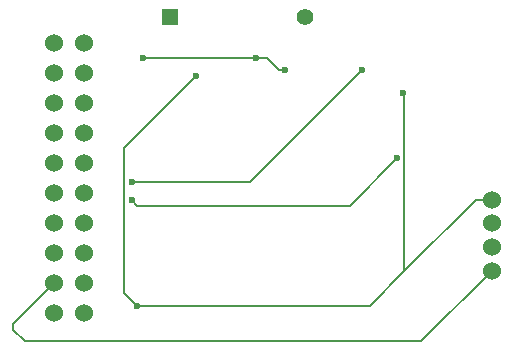
<source format=gbl>
%TF.GenerationSoftware,KiCad,Pcbnew,8.0.3*%
%TF.CreationDate,2024-11-23T22:21:16-05:00*%
%TF.ProjectId,MH24BN0001_hw,4d483234-424e-4303-9030-315f68772e6b,rev?*%
%TF.SameCoordinates,Original*%
%TF.FileFunction,Copper,L2,Bot*%
%TF.FilePolarity,Positive*%
%FSLAX46Y46*%
G04 Gerber Fmt 4.6, Leading zero omitted, Abs format (unit mm)*
G04 Created by KiCad (PCBNEW 8.0.3) date 2024-11-23 22:21:16*
%MOMM*%
%LPD*%
G01*
G04 APERTURE LIST*
%TA.AperFunction,ComponentPad*%
%ADD10C,1.530000*%
%TD*%
%TA.AperFunction,ComponentPad*%
%ADD11R,1.397000X1.397000*%
%TD*%
%TA.AperFunction,ComponentPad*%
%ADD12C,1.397000*%
%TD*%
%TA.AperFunction,ComponentPad*%
%ADD13C,1.524000*%
%TD*%
%TA.AperFunction,ViaPad*%
%ADD14C,0.600000*%
%TD*%
%TA.AperFunction,Conductor*%
%ADD15C,0.200000*%
%TD*%
G04 APERTURE END LIST*
D10*
%TO.P,J1,1*%
%TO.N,+3.3V*%
X34500000Y-54620000D03*
%TO.P,J1,2*%
X31960000Y-54620000D03*
%TO.P,J1,3*%
%TO.N,GND*%
X34500000Y-52080000D03*
%TO.P,J1,4*%
X31960000Y-52080000D03*
%TO.P,J1,5*%
X34500000Y-49540000D03*
%TO.P,J1,6*%
X31960000Y-49540000D03*
%TO.P,J1,7*%
%TO.N,/SWDIO*%
X34500000Y-47000000D03*
%TO.P,J1,8*%
%TO.N,GND*%
X31960000Y-47000000D03*
%TO.P,J1,9*%
%TO.N,/SWCLK*%
X34500000Y-44460000D03*
%TO.P,J1,10*%
%TO.N,GND*%
X31960000Y-44460000D03*
%TO.P,J1,11*%
%TO.N,unconnected-(J1-Pad11)*%
X34500000Y-41920000D03*
%TO.P,J1,12*%
%TO.N,GND*%
X31960000Y-41920000D03*
%TO.P,J1,13*%
%TO.N,unconnected-(J1-Pad13)*%
X34500000Y-39380000D03*
%TO.P,J1,14*%
%TO.N,GND*%
X31960000Y-39380000D03*
%TO.P,J1,15*%
%TO.N,/NRST*%
X34500000Y-36840000D03*
%TO.P,J1,16*%
%TO.N,GND*%
X31960000Y-36840000D03*
%TO.P,J1,17*%
%TO.N,unconnected-(J1-Pad17)*%
X34500000Y-34300000D03*
%TO.P,J1,18*%
%TO.N,GND*%
X31960000Y-34300000D03*
%TO.P,J1,19*%
%TO.N,unconnected-(J1-Pad19)*%
X34500000Y-31760000D03*
%TO.P,J1,20*%
%TO.N,GND*%
X31960000Y-31760000D03*
%TD*%
D11*
%TO.P,R1,1*%
%TO.N,GND*%
X41785000Y-29500000D03*
D12*
%TO.P,R1,2*%
%TO.N,Net-(U1-BOOT0)*%
X53215000Y-29500000D03*
%TD*%
D13*
%TO.P,SI1,1,VCC*%
%TO.N,+3.3V*%
X69000000Y-45000000D03*
%TO.P,SI1,2,TX*%
%TO.N,/MCU_RX*%
X69000000Y-47000000D03*
%TO.P,SI1,3,RX*%
%TO.N,/MCU_TX*%
X69000000Y-49000000D03*
%TO.P,SI1,4,GND*%
%TO.N,GND*%
X69000000Y-51000000D03*
%TD*%
D14*
%TO.N,+3.3V*%
X44000000Y-34500000D03*
X39000000Y-54000000D03*
X61500000Y-36000000D03*
%TO.N,GND*%
X49000000Y-33000000D03*
X39500000Y-33000000D03*
X51500000Y-34000000D03*
%TO.N,/SWDIO*%
X38500000Y-45000000D03*
X61000000Y-41500000D03*
%TO.N,/SWCLK*%
X58000000Y-34000000D03*
X38500000Y-43500000D03*
%TD*%
D15*
%TO.N,+3.3V*%
X39000000Y-54000000D02*
X37900000Y-52900000D01*
X39000000Y-54000000D02*
X58674265Y-54000000D01*
X69000000Y-45000000D02*
X67674265Y-45000000D01*
X37900000Y-40600000D02*
X44000000Y-34500000D01*
X37900000Y-52900000D02*
X37900000Y-40600000D01*
X61600000Y-51074265D02*
X61600000Y-36100000D01*
X58674265Y-54000000D02*
X61600000Y-51074265D01*
X67674265Y-45000000D02*
X61600000Y-51074265D01*
X61600000Y-36100000D02*
X61500000Y-36000000D01*
%TO.N,GND*%
X49000000Y-33000000D02*
X39500000Y-33000000D01*
X51000000Y-34000000D02*
X50000000Y-33000000D01*
X28500000Y-56000000D02*
X28500000Y-55540000D01*
X28500000Y-55540000D02*
X31960000Y-52080000D01*
X69000000Y-51000000D02*
X63000000Y-57000000D01*
X63000000Y-57000000D02*
X29500000Y-57000000D01*
X29500000Y-57000000D02*
X28500000Y-56000000D01*
X51500000Y-34000000D02*
X51000000Y-34000000D01*
X50000000Y-33000000D02*
X49000000Y-33000000D01*
%TO.N,/SWDIO*%
X39000000Y-45500000D02*
X57000000Y-45500000D01*
X57000000Y-45500000D02*
X61000000Y-41500000D01*
X38500000Y-45000000D02*
X39000000Y-45500000D01*
%TO.N,/SWCLK*%
X38500000Y-43500000D02*
X48500000Y-43500000D01*
X48500000Y-43500000D02*
X58000000Y-34000000D01*
%TD*%
M02*

</source>
